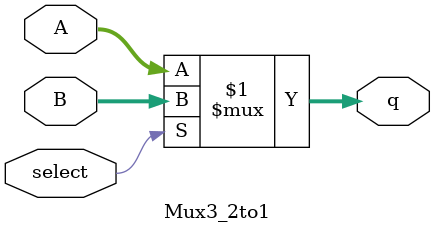
<source format=sv>
module Mux3_2to1(input[2:0] A, B, input select, output[2:0] q);
  
  assign q = select?B:A;
  
endmodule



</source>
